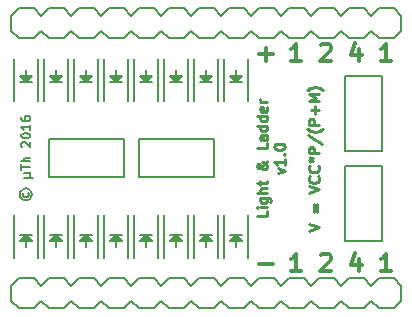
<source format=gto>
G04 #@! TF.FileFunction,Legend,Top*
%FSLAX46Y46*%
G04 Gerber Fmt 4.6, Leading zero omitted, Abs format (unit mm)*
G04 Created by KiCad (PCBNEW 4.0.0-stable) date 2016 May 25, Wednesday 08:29:24*
%MOMM*%
G01*
G04 APERTURE LIST*
%ADD10C,0.100000*%
%ADD11C,0.190500*%
%ADD12C,0.222250*%
%ADD13C,0.300000*%
%ADD14C,0.150000*%
%ADD15C,0.203200*%
G04 APERTURE END LIST*
D10*
D11*
X133114143Y-108330999D02*
X133077857Y-108403571D01*
X133077857Y-108548714D01*
X133114143Y-108621285D01*
X133186714Y-108693856D01*
X133259286Y-108730142D01*
X133404429Y-108730142D01*
X133477000Y-108693856D01*
X133549571Y-108621285D01*
X133585857Y-108548714D01*
X133585857Y-108403571D01*
X133549571Y-108330999D01*
X132823857Y-108476142D02*
X132860143Y-108657571D01*
X132969000Y-108838999D01*
X133150429Y-108947856D01*
X133331857Y-108984142D01*
X133513286Y-108947856D01*
X133694714Y-108838999D01*
X133803571Y-108657571D01*
X133839857Y-108476142D01*
X133803571Y-108294714D01*
X133694714Y-108113285D01*
X133513286Y-108004428D01*
X133331857Y-107968142D01*
X133150429Y-108004428D01*
X132969000Y-108113285D01*
X132860143Y-108294714D01*
X132823857Y-108476142D01*
X133186714Y-107060999D02*
X133948714Y-107060999D01*
X133585857Y-106698142D02*
X133658429Y-106661857D01*
X133694714Y-106589285D01*
X133585857Y-107060999D02*
X133658429Y-107024714D01*
X133694714Y-106952142D01*
X133694714Y-106806999D01*
X133658429Y-106734428D01*
X133585857Y-106698142D01*
X133186714Y-106698142D01*
X132932714Y-106371571D02*
X132932714Y-105936142D01*
X133694714Y-106153856D02*
X132932714Y-106153856D01*
X133694714Y-105682142D02*
X132932714Y-105682142D01*
X133694714Y-105355571D02*
X133295571Y-105355571D01*
X133223000Y-105391857D01*
X133186714Y-105464428D01*
X133186714Y-105573285D01*
X133223000Y-105645857D01*
X133259286Y-105682142D01*
X133005286Y-104448428D02*
X132969000Y-104412142D01*
X132932714Y-104339571D01*
X132932714Y-104158142D01*
X132969000Y-104085571D01*
X133005286Y-104049285D01*
X133077857Y-104013000D01*
X133150429Y-104013000D01*
X133259286Y-104049285D01*
X133694714Y-104484714D01*
X133694714Y-104013000D01*
X132932714Y-103541286D02*
X132932714Y-103468714D01*
X132969000Y-103396143D01*
X133005286Y-103359857D01*
X133077857Y-103323571D01*
X133223000Y-103287286D01*
X133404429Y-103287286D01*
X133549571Y-103323571D01*
X133622143Y-103359857D01*
X133658429Y-103396143D01*
X133694714Y-103468714D01*
X133694714Y-103541286D01*
X133658429Y-103613857D01*
X133622143Y-103650143D01*
X133549571Y-103686428D01*
X133404429Y-103722714D01*
X133223000Y-103722714D01*
X133077857Y-103686428D01*
X133005286Y-103650143D01*
X132969000Y-103613857D01*
X132932714Y-103541286D01*
X133694714Y-102561572D02*
X133694714Y-102997000D01*
X133694714Y-102779286D02*
X132932714Y-102779286D01*
X133041571Y-102851857D01*
X133114143Y-102924429D01*
X133150429Y-102997000D01*
X132932714Y-101908429D02*
X132932714Y-102053572D01*
X132969000Y-102126143D01*
X133005286Y-102162429D01*
X133114143Y-102235000D01*
X133259286Y-102271286D01*
X133549571Y-102271286D01*
X133622143Y-102235000D01*
X133658429Y-102198715D01*
X133694714Y-102126143D01*
X133694714Y-101981000D01*
X133658429Y-101908429D01*
X133622143Y-101872143D01*
X133549571Y-101835858D01*
X133368143Y-101835858D01*
X133295571Y-101872143D01*
X133259286Y-101908429D01*
X133223000Y-101981000D01*
X133223000Y-102126143D01*
X133259286Y-102198715D01*
X133295571Y-102235000D01*
X133368143Y-102271286D01*
D12*
X153776892Y-109854999D02*
X153776892Y-110278332D01*
X152887892Y-110278332D01*
X153776892Y-109558665D02*
X153184225Y-109558665D01*
X152887892Y-109558665D02*
X152930225Y-109600999D01*
X152972558Y-109558665D01*
X152930225Y-109516332D01*
X152887892Y-109558665D01*
X152972558Y-109558665D01*
X153184225Y-108754332D02*
X153903892Y-108754332D01*
X153988558Y-108796666D01*
X154030892Y-108838999D01*
X154073225Y-108923666D01*
X154073225Y-109050666D01*
X154030892Y-109135332D01*
X153734558Y-108754332D02*
X153776892Y-108838999D01*
X153776892Y-109008332D01*
X153734558Y-109092999D01*
X153692225Y-109135332D01*
X153607558Y-109177666D01*
X153353558Y-109177666D01*
X153268892Y-109135332D01*
X153226558Y-109092999D01*
X153184225Y-109008332D01*
X153184225Y-108838999D01*
X153226558Y-108754332D01*
X153776892Y-108330999D02*
X152887892Y-108330999D01*
X153776892Y-107949999D02*
X153311225Y-107949999D01*
X153226558Y-107992333D01*
X153184225Y-108076999D01*
X153184225Y-108203999D01*
X153226558Y-108288666D01*
X153268892Y-108330999D01*
X153184225Y-107653666D02*
X153184225Y-107315000D01*
X152887892Y-107526666D02*
X153649892Y-107526666D01*
X153734558Y-107484333D01*
X153776892Y-107399666D01*
X153776892Y-107315000D01*
X153776892Y-105621667D02*
X153776892Y-105664000D01*
X153734558Y-105748667D01*
X153607558Y-105875667D01*
X153353558Y-106087333D01*
X153226558Y-106172000D01*
X153099558Y-106214333D01*
X153014892Y-106214333D01*
X152930225Y-106172000D01*
X152887892Y-106087333D01*
X152887892Y-106045000D01*
X152930225Y-105960333D01*
X153014892Y-105918000D01*
X153057225Y-105918000D01*
X153141892Y-105960333D01*
X153184225Y-106002667D01*
X153353558Y-106256667D01*
X153395892Y-106299000D01*
X153480558Y-106341333D01*
X153607558Y-106341333D01*
X153692225Y-106299000D01*
X153734558Y-106256667D01*
X153776892Y-106172000D01*
X153776892Y-106045000D01*
X153734558Y-105960333D01*
X153692225Y-105918000D01*
X153522892Y-105791000D01*
X153395892Y-105748667D01*
X153311225Y-105748667D01*
X153776892Y-104140000D02*
X153776892Y-104563333D01*
X152887892Y-104563333D01*
X153776892Y-103462666D02*
X153311225Y-103462666D01*
X153226558Y-103505000D01*
X153184225Y-103589666D01*
X153184225Y-103759000D01*
X153226558Y-103843666D01*
X153734558Y-103462666D02*
X153776892Y-103547333D01*
X153776892Y-103759000D01*
X153734558Y-103843666D01*
X153649892Y-103886000D01*
X153565225Y-103886000D01*
X153480558Y-103843666D01*
X153438225Y-103759000D01*
X153438225Y-103547333D01*
X153395892Y-103462666D01*
X153776892Y-102658333D02*
X152887892Y-102658333D01*
X153734558Y-102658333D02*
X153776892Y-102743000D01*
X153776892Y-102912333D01*
X153734558Y-102997000D01*
X153692225Y-103039333D01*
X153607558Y-103081667D01*
X153353558Y-103081667D01*
X153268892Y-103039333D01*
X153226558Y-102997000D01*
X153184225Y-102912333D01*
X153184225Y-102743000D01*
X153226558Y-102658333D01*
X153776892Y-101854000D02*
X152887892Y-101854000D01*
X153734558Y-101854000D02*
X153776892Y-101938667D01*
X153776892Y-102108000D01*
X153734558Y-102192667D01*
X153692225Y-102235000D01*
X153607558Y-102277334D01*
X153353558Y-102277334D01*
X153268892Y-102235000D01*
X153226558Y-102192667D01*
X153184225Y-102108000D01*
X153184225Y-101938667D01*
X153226558Y-101854000D01*
X153734558Y-101092001D02*
X153776892Y-101176667D01*
X153776892Y-101346001D01*
X153734558Y-101430667D01*
X153649892Y-101473001D01*
X153311225Y-101473001D01*
X153226558Y-101430667D01*
X153184225Y-101346001D01*
X153184225Y-101176667D01*
X153226558Y-101092001D01*
X153311225Y-101049667D01*
X153395892Y-101049667D01*
X153480558Y-101473001D01*
X153776892Y-100668667D02*
X153184225Y-100668667D01*
X153353558Y-100668667D02*
X153268892Y-100626334D01*
X153226558Y-100584001D01*
X153184225Y-100499334D01*
X153184225Y-100414667D01*
X154651075Y-106680000D02*
X155243742Y-106468333D01*
X154651075Y-106256667D01*
X155243742Y-105452334D02*
X155243742Y-105960334D01*
X155243742Y-105706334D02*
X154354742Y-105706334D01*
X154481742Y-105791000D01*
X154566408Y-105875667D01*
X154608742Y-105960334D01*
X155159075Y-105071333D02*
X155201408Y-105029000D01*
X155243742Y-105071333D01*
X155201408Y-105113667D01*
X155159075Y-105071333D01*
X155243742Y-105071333D01*
X154354742Y-104478667D02*
X154354742Y-104394000D01*
X154397075Y-104309334D01*
X154439408Y-104267000D01*
X154524075Y-104224667D01*
X154693408Y-104182334D01*
X154905075Y-104182334D01*
X155074408Y-104224667D01*
X155159075Y-104267000D01*
X155201408Y-104309334D01*
X155243742Y-104394000D01*
X155243742Y-104478667D01*
X155201408Y-104563334D01*
X155159075Y-104605667D01*
X155074408Y-104648000D01*
X154905075Y-104690334D01*
X154693408Y-104690334D01*
X154524075Y-104648000D01*
X154439408Y-104605667D01*
X154397075Y-104563334D01*
X154354742Y-104478667D01*
X157288442Y-111548333D02*
X158177442Y-111252000D01*
X157288442Y-110955667D01*
X157711775Y-109982000D02*
X157711775Y-109304667D01*
X157965775Y-109304667D02*
X157965775Y-109982000D01*
X157288442Y-108331000D02*
X158177442Y-108034667D01*
X157288442Y-107738334D01*
X158092775Y-106934000D02*
X158135108Y-106976334D01*
X158177442Y-107103334D01*
X158177442Y-107188000D01*
X158135108Y-107315000D01*
X158050442Y-107399667D01*
X157965775Y-107442000D01*
X157796442Y-107484334D01*
X157669442Y-107484334D01*
X157500108Y-107442000D01*
X157415442Y-107399667D01*
X157330775Y-107315000D01*
X157288442Y-107188000D01*
X157288442Y-107103334D01*
X157330775Y-106976334D01*
X157373108Y-106934000D01*
X158092775Y-106045000D02*
X158135108Y-106087334D01*
X158177442Y-106214334D01*
X158177442Y-106299000D01*
X158135108Y-106426000D01*
X158050442Y-106510667D01*
X157965775Y-106553000D01*
X157796442Y-106595334D01*
X157669442Y-106595334D01*
X157500108Y-106553000D01*
X157415442Y-106510667D01*
X157330775Y-106426000D01*
X157288442Y-106299000D01*
X157288442Y-106214334D01*
X157330775Y-106087334D01*
X157373108Y-106045000D01*
X157288442Y-105537000D02*
X157500108Y-105537000D01*
X157415442Y-105748667D02*
X157500108Y-105537000D01*
X157415442Y-105325334D01*
X157669442Y-105664000D02*
X157500108Y-105537000D01*
X157669442Y-105410000D01*
X158177442Y-104986667D02*
X157288442Y-104986667D01*
X157288442Y-104648001D01*
X157330775Y-104563334D01*
X157373108Y-104521001D01*
X157457775Y-104478667D01*
X157584775Y-104478667D01*
X157669442Y-104521001D01*
X157711775Y-104563334D01*
X157754108Y-104648001D01*
X157754108Y-104986667D01*
X157246108Y-103462667D02*
X158389108Y-104224667D01*
X158516108Y-102912334D02*
X158473775Y-102954668D01*
X158346775Y-103039334D01*
X158262108Y-103081668D01*
X158135108Y-103124001D01*
X157923442Y-103166334D01*
X157754108Y-103166334D01*
X157542442Y-103124001D01*
X157415442Y-103081668D01*
X157330775Y-103039334D01*
X157203775Y-102954668D01*
X157161442Y-102912334D01*
X158177442Y-102573667D02*
X157288442Y-102573667D01*
X157288442Y-102235001D01*
X157330775Y-102150334D01*
X157373108Y-102108001D01*
X157457775Y-102065667D01*
X157584775Y-102065667D01*
X157669442Y-102108001D01*
X157711775Y-102150334D01*
X157754108Y-102235001D01*
X157754108Y-102573667D01*
X157838775Y-101684667D02*
X157838775Y-101007334D01*
X158177442Y-101346001D02*
X157500108Y-101346001D01*
X158177442Y-100584000D02*
X157288442Y-100584000D01*
X157923442Y-100287667D01*
X157288442Y-99991334D01*
X158177442Y-99991334D01*
X158516108Y-99652667D02*
X158473775Y-99610334D01*
X158346775Y-99525667D01*
X158262108Y-99483334D01*
X158135108Y-99441000D01*
X157923442Y-99398667D01*
X157754108Y-99398667D01*
X157542442Y-99441000D01*
X157415442Y-99483334D01*
X157330775Y-99525667D01*
X157203775Y-99610334D01*
X157161442Y-99652667D01*
D13*
X164258572Y-114978571D02*
X163401429Y-114978571D01*
X163830001Y-114978571D02*
X163830001Y-113478571D01*
X163687144Y-113692857D01*
X163544286Y-113835714D01*
X163401429Y-113907143D01*
X161575715Y-113978571D02*
X161575715Y-114978571D01*
X161218572Y-113407143D02*
X160861429Y-114478571D01*
X161790001Y-114478571D01*
X158321429Y-113621429D02*
X158392858Y-113550000D01*
X158535715Y-113478571D01*
X158892858Y-113478571D01*
X159035715Y-113550000D01*
X159107144Y-113621429D01*
X159178572Y-113764286D01*
X159178572Y-113907143D01*
X159107144Y-114121429D01*
X158250001Y-114978571D01*
X159178572Y-114978571D01*
X156638572Y-114978571D02*
X155781429Y-114978571D01*
X156210001Y-114978571D02*
X156210001Y-113478571D01*
X156067144Y-113692857D01*
X155924286Y-113835714D01*
X155781429Y-113907143D01*
X164258572Y-97198571D02*
X163401429Y-97198571D01*
X163830001Y-97198571D02*
X163830001Y-95698571D01*
X163687144Y-95912857D01*
X163544286Y-96055714D01*
X163401429Y-96127143D01*
X161575715Y-96198571D02*
X161575715Y-97198571D01*
X161218572Y-95627143D02*
X160861429Y-96698571D01*
X161790001Y-96698571D01*
X158321429Y-95841429D02*
X158392858Y-95770000D01*
X158535715Y-95698571D01*
X158892858Y-95698571D01*
X159035715Y-95770000D01*
X159107144Y-95841429D01*
X159178572Y-95984286D01*
X159178572Y-96127143D01*
X159107144Y-96341429D01*
X158250001Y-97198571D01*
X159178572Y-97198571D01*
X156638572Y-97198571D02*
X155781429Y-97198571D01*
X156210001Y-97198571D02*
X156210001Y-95698571D01*
X156067144Y-95912857D01*
X155924286Y-96055714D01*
X155781429Y-96127143D01*
X153098572Y-114407143D02*
X154241429Y-114407143D01*
X153098572Y-96627143D02*
X154241429Y-96627143D01*
X153670000Y-97198571D02*
X153670000Y-96055714D01*
D14*
X132300000Y-110245000D02*
X132300000Y-113845000D01*
X134400000Y-110245000D02*
X134400000Y-113845000D01*
X133650000Y-112295000D02*
X133050000Y-112295000D01*
X133050000Y-112295000D02*
X133350000Y-111995000D01*
X133350000Y-111995000D02*
X133550000Y-112195000D01*
X133550000Y-112195000D02*
X133300000Y-112195000D01*
X133300000Y-112195000D02*
X133350000Y-112145000D01*
X133850000Y-111895000D02*
X132850000Y-111895000D01*
X133350000Y-112395000D02*
X133350000Y-112895000D01*
X133350000Y-111895000D02*
X133850000Y-112395000D01*
X133850000Y-112395000D02*
X132850000Y-112395000D01*
X132850000Y-112395000D02*
X133350000Y-111895000D01*
X134840000Y-110245000D02*
X134840000Y-113845000D01*
X136940000Y-110245000D02*
X136940000Y-113845000D01*
X136190000Y-112295000D02*
X135590000Y-112295000D01*
X135590000Y-112295000D02*
X135890000Y-111995000D01*
X135890000Y-111995000D02*
X136090000Y-112195000D01*
X136090000Y-112195000D02*
X135840000Y-112195000D01*
X135840000Y-112195000D02*
X135890000Y-112145000D01*
X136390000Y-111895000D02*
X135390000Y-111895000D01*
X135890000Y-112395000D02*
X135890000Y-112895000D01*
X135890000Y-111895000D02*
X136390000Y-112395000D01*
X136390000Y-112395000D02*
X135390000Y-112395000D01*
X135390000Y-112395000D02*
X135890000Y-111895000D01*
X137380000Y-110245000D02*
X137380000Y-113845000D01*
X139480000Y-110245000D02*
X139480000Y-113845000D01*
X138730000Y-112295000D02*
X138130000Y-112295000D01*
X138130000Y-112295000D02*
X138430000Y-111995000D01*
X138430000Y-111995000D02*
X138630000Y-112195000D01*
X138630000Y-112195000D02*
X138380000Y-112195000D01*
X138380000Y-112195000D02*
X138430000Y-112145000D01*
X138930000Y-111895000D02*
X137930000Y-111895000D01*
X138430000Y-112395000D02*
X138430000Y-112895000D01*
X138430000Y-111895000D02*
X138930000Y-112395000D01*
X138930000Y-112395000D02*
X137930000Y-112395000D01*
X137930000Y-112395000D02*
X138430000Y-111895000D01*
X139920000Y-110245000D02*
X139920000Y-113845000D01*
X142020000Y-110245000D02*
X142020000Y-113845000D01*
X141270000Y-112295000D02*
X140670000Y-112295000D01*
X140670000Y-112295000D02*
X140970000Y-111995000D01*
X140970000Y-111995000D02*
X141170000Y-112195000D01*
X141170000Y-112195000D02*
X140920000Y-112195000D01*
X140920000Y-112195000D02*
X140970000Y-112145000D01*
X141470000Y-111895000D02*
X140470000Y-111895000D01*
X140970000Y-112395000D02*
X140970000Y-112895000D01*
X140970000Y-111895000D02*
X141470000Y-112395000D01*
X141470000Y-112395000D02*
X140470000Y-112395000D01*
X140470000Y-112395000D02*
X140970000Y-111895000D01*
X142020000Y-100575000D02*
X142020000Y-96975000D01*
X139920000Y-100575000D02*
X139920000Y-96975000D01*
X140670000Y-98525000D02*
X141270000Y-98525000D01*
X141270000Y-98525000D02*
X140970000Y-98825000D01*
X140970000Y-98825000D02*
X140770000Y-98625000D01*
X140770000Y-98625000D02*
X141020000Y-98625000D01*
X141020000Y-98625000D02*
X140970000Y-98675000D01*
X140470000Y-98925000D02*
X141470000Y-98925000D01*
X140970000Y-98425000D02*
X140970000Y-97925000D01*
X140970000Y-98925000D02*
X140470000Y-98425000D01*
X140470000Y-98425000D02*
X141470000Y-98425000D01*
X141470000Y-98425000D02*
X140970000Y-98925000D01*
X139480000Y-100575000D02*
X139480000Y-96975000D01*
X137380000Y-100575000D02*
X137380000Y-96975000D01*
X138130000Y-98525000D02*
X138730000Y-98525000D01*
X138730000Y-98525000D02*
X138430000Y-98825000D01*
X138430000Y-98825000D02*
X138230000Y-98625000D01*
X138230000Y-98625000D02*
X138480000Y-98625000D01*
X138480000Y-98625000D02*
X138430000Y-98675000D01*
X137930000Y-98925000D02*
X138930000Y-98925000D01*
X138430000Y-98425000D02*
X138430000Y-97925000D01*
X138430000Y-98925000D02*
X137930000Y-98425000D01*
X137930000Y-98425000D02*
X138930000Y-98425000D01*
X138930000Y-98425000D02*
X138430000Y-98925000D01*
X136940000Y-100575000D02*
X136940000Y-96975000D01*
X134840000Y-100575000D02*
X134840000Y-96975000D01*
X135590000Y-98525000D02*
X136190000Y-98525000D01*
X136190000Y-98525000D02*
X135890000Y-98825000D01*
X135890000Y-98825000D02*
X135690000Y-98625000D01*
X135690000Y-98625000D02*
X135940000Y-98625000D01*
X135940000Y-98625000D02*
X135890000Y-98675000D01*
X135390000Y-98925000D02*
X136390000Y-98925000D01*
X135890000Y-98425000D02*
X135890000Y-97925000D01*
X135890000Y-98925000D02*
X135390000Y-98425000D01*
X135390000Y-98425000D02*
X136390000Y-98425000D01*
X136390000Y-98425000D02*
X135890000Y-98925000D01*
X134400000Y-100575000D02*
X134400000Y-96975000D01*
X132300000Y-100575000D02*
X132300000Y-96975000D01*
X133050000Y-98525000D02*
X133650000Y-98525000D01*
X133650000Y-98525000D02*
X133350000Y-98825000D01*
X133350000Y-98825000D02*
X133150000Y-98625000D01*
X133150000Y-98625000D02*
X133400000Y-98625000D01*
X133400000Y-98625000D02*
X133350000Y-98675000D01*
X132850000Y-98925000D02*
X133850000Y-98925000D01*
X133350000Y-98425000D02*
X133350000Y-97925000D01*
X133350000Y-98925000D02*
X132850000Y-98425000D01*
X132850000Y-98425000D02*
X133850000Y-98425000D01*
X133850000Y-98425000D02*
X133350000Y-98925000D01*
X142460000Y-110245000D02*
X142460000Y-113845000D01*
X144560000Y-110245000D02*
X144560000Y-113845000D01*
X143810000Y-112295000D02*
X143210000Y-112295000D01*
X143210000Y-112295000D02*
X143510000Y-111995000D01*
X143510000Y-111995000D02*
X143710000Y-112195000D01*
X143710000Y-112195000D02*
X143460000Y-112195000D01*
X143460000Y-112195000D02*
X143510000Y-112145000D01*
X144010000Y-111895000D02*
X143010000Y-111895000D01*
X143510000Y-112395000D02*
X143510000Y-112895000D01*
X143510000Y-111895000D02*
X144010000Y-112395000D01*
X144010000Y-112395000D02*
X143010000Y-112395000D01*
X143010000Y-112395000D02*
X143510000Y-111895000D01*
X145000000Y-110245000D02*
X145000000Y-113845000D01*
X147100000Y-110245000D02*
X147100000Y-113845000D01*
X146350000Y-112295000D02*
X145750000Y-112295000D01*
X145750000Y-112295000D02*
X146050000Y-111995000D01*
X146050000Y-111995000D02*
X146250000Y-112195000D01*
X146250000Y-112195000D02*
X146000000Y-112195000D01*
X146000000Y-112195000D02*
X146050000Y-112145000D01*
X146550000Y-111895000D02*
X145550000Y-111895000D01*
X146050000Y-112395000D02*
X146050000Y-112895000D01*
X146050000Y-111895000D02*
X146550000Y-112395000D01*
X146550000Y-112395000D02*
X145550000Y-112395000D01*
X145550000Y-112395000D02*
X146050000Y-111895000D01*
X147540000Y-110245000D02*
X147540000Y-113845000D01*
X149640000Y-110245000D02*
X149640000Y-113845000D01*
X148890000Y-112295000D02*
X148290000Y-112295000D01*
X148290000Y-112295000D02*
X148590000Y-111995000D01*
X148590000Y-111995000D02*
X148790000Y-112195000D01*
X148790000Y-112195000D02*
X148540000Y-112195000D01*
X148540000Y-112195000D02*
X148590000Y-112145000D01*
X149090000Y-111895000D02*
X148090000Y-111895000D01*
X148590000Y-112395000D02*
X148590000Y-112895000D01*
X148590000Y-111895000D02*
X149090000Y-112395000D01*
X149090000Y-112395000D02*
X148090000Y-112395000D01*
X148090000Y-112395000D02*
X148590000Y-111895000D01*
X150080000Y-110245000D02*
X150080000Y-113845000D01*
X152180000Y-110245000D02*
X152180000Y-113845000D01*
X151430000Y-112295000D02*
X150830000Y-112295000D01*
X150830000Y-112295000D02*
X151130000Y-111995000D01*
X151130000Y-111995000D02*
X151330000Y-112195000D01*
X151330000Y-112195000D02*
X151080000Y-112195000D01*
X151080000Y-112195000D02*
X151130000Y-112145000D01*
X151630000Y-111895000D02*
X150630000Y-111895000D01*
X151130000Y-112395000D02*
X151130000Y-112895000D01*
X151130000Y-111895000D02*
X151630000Y-112395000D01*
X151630000Y-112395000D02*
X150630000Y-112395000D01*
X150630000Y-112395000D02*
X151130000Y-111895000D01*
X152180000Y-100575000D02*
X152180000Y-96975000D01*
X150080000Y-100575000D02*
X150080000Y-96975000D01*
X150830000Y-98525000D02*
X151430000Y-98525000D01*
X151430000Y-98525000D02*
X151130000Y-98825000D01*
X151130000Y-98825000D02*
X150930000Y-98625000D01*
X150930000Y-98625000D02*
X151180000Y-98625000D01*
X151180000Y-98625000D02*
X151130000Y-98675000D01*
X150630000Y-98925000D02*
X151630000Y-98925000D01*
X151130000Y-98425000D02*
X151130000Y-97925000D01*
X151130000Y-98925000D02*
X150630000Y-98425000D01*
X150630000Y-98425000D02*
X151630000Y-98425000D01*
X151630000Y-98425000D02*
X151130000Y-98925000D01*
X149640000Y-100575000D02*
X149640000Y-96975000D01*
X147540000Y-100575000D02*
X147540000Y-96975000D01*
X148290000Y-98525000D02*
X148890000Y-98525000D01*
X148890000Y-98525000D02*
X148590000Y-98825000D01*
X148590000Y-98825000D02*
X148390000Y-98625000D01*
X148390000Y-98625000D02*
X148640000Y-98625000D01*
X148640000Y-98625000D02*
X148590000Y-98675000D01*
X148090000Y-98925000D02*
X149090000Y-98925000D01*
X148590000Y-98425000D02*
X148590000Y-97925000D01*
X148590000Y-98925000D02*
X148090000Y-98425000D01*
X148090000Y-98425000D02*
X149090000Y-98425000D01*
X149090000Y-98425000D02*
X148590000Y-98925000D01*
X147100000Y-100575000D02*
X147100000Y-96975000D01*
X145000000Y-100575000D02*
X145000000Y-96975000D01*
X145750000Y-98525000D02*
X146350000Y-98525000D01*
X146350000Y-98525000D02*
X146050000Y-98825000D01*
X146050000Y-98825000D02*
X145850000Y-98625000D01*
X145850000Y-98625000D02*
X146100000Y-98625000D01*
X146100000Y-98625000D02*
X146050000Y-98675000D01*
X145550000Y-98925000D02*
X146550000Y-98925000D01*
X146050000Y-98425000D02*
X146050000Y-97925000D01*
X146050000Y-98925000D02*
X145550000Y-98425000D01*
X145550000Y-98425000D02*
X146550000Y-98425000D01*
X146550000Y-98425000D02*
X146050000Y-98925000D01*
X144560000Y-100575000D02*
X144560000Y-96975000D01*
X142460000Y-100575000D02*
X142460000Y-96975000D01*
X143210000Y-98525000D02*
X143810000Y-98525000D01*
X143810000Y-98525000D02*
X143510000Y-98825000D01*
X143510000Y-98825000D02*
X143310000Y-98625000D01*
X143310000Y-98625000D02*
X143560000Y-98625000D01*
X143560000Y-98625000D02*
X143510000Y-98675000D01*
X143010000Y-98925000D02*
X144010000Y-98925000D01*
X143510000Y-98425000D02*
X143510000Y-97925000D01*
X143510000Y-98925000D02*
X143010000Y-98425000D01*
X143010000Y-98425000D02*
X144010000Y-98425000D01*
X144010000Y-98425000D02*
X143510000Y-98925000D01*
D15*
X135255000Y-103822500D02*
X135255000Y-106997500D01*
X141605000Y-103822500D02*
X141605000Y-106997500D01*
X135255000Y-103822500D02*
X141605000Y-103822500D01*
X135255000Y-106997500D02*
X141605000Y-106997500D01*
X142875000Y-103822500D02*
X142875000Y-106997500D01*
X149225000Y-103822500D02*
X149225000Y-106997500D01*
X142875000Y-103822500D02*
X149225000Y-103822500D01*
X142875000Y-106997500D02*
X149225000Y-106997500D01*
X163512500Y-106045000D02*
X160337500Y-106045000D01*
X163512500Y-112395000D02*
X160337500Y-112395000D01*
X163512500Y-106045000D02*
X163512500Y-112395000D01*
X160337500Y-106045000D02*
X160337500Y-112395000D01*
X163512500Y-98425000D02*
X160337500Y-98425000D01*
X163512500Y-104775000D02*
X160337500Y-104775000D01*
X163512500Y-98425000D02*
X163512500Y-104775000D01*
X160337500Y-98425000D02*
X160337500Y-104775000D01*
X147955000Y-92710000D02*
X149225000Y-92710000D01*
X149225000Y-92710000D02*
X149860000Y-93345000D01*
X149860000Y-94615000D02*
X149225000Y-95250000D01*
X144780000Y-93345000D02*
X145415000Y-92710000D01*
X145415000Y-92710000D02*
X146685000Y-92710000D01*
X146685000Y-92710000D02*
X147320000Y-93345000D01*
X147320000Y-94615000D02*
X146685000Y-95250000D01*
X146685000Y-95250000D02*
X145415000Y-95250000D01*
X145415000Y-95250000D02*
X144780000Y-94615000D01*
X147955000Y-92710000D02*
X147320000Y-93345000D01*
X147320000Y-94615000D02*
X147955000Y-95250000D01*
X149225000Y-95250000D02*
X147955000Y-95250000D01*
X140335000Y-92710000D02*
X141605000Y-92710000D01*
X141605000Y-92710000D02*
X142240000Y-93345000D01*
X142240000Y-94615000D02*
X141605000Y-95250000D01*
X142240000Y-93345000D02*
X142875000Y-92710000D01*
X142875000Y-92710000D02*
X144145000Y-92710000D01*
X144145000Y-92710000D02*
X144780000Y-93345000D01*
X144780000Y-94615000D02*
X144145000Y-95250000D01*
X144145000Y-95250000D02*
X142875000Y-95250000D01*
X142875000Y-95250000D02*
X142240000Y-94615000D01*
X137160000Y-93345000D02*
X137795000Y-92710000D01*
X137795000Y-92710000D02*
X139065000Y-92710000D01*
X139065000Y-92710000D02*
X139700000Y-93345000D01*
X139700000Y-94615000D02*
X139065000Y-95250000D01*
X139065000Y-95250000D02*
X137795000Y-95250000D01*
X137795000Y-95250000D02*
X137160000Y-94615000D01*
X140335000Y-92710000D02*
X139700000Y-93345000D01*
X139700000Y-94615000D02*
X140335000Y-95250000D01*
X141605000Y-95250000D02*
X140335000Y-95250000D01*
X132715000Y-92710000D02*
X133985000Y-92710000D01*
X133985000Y-92710000D02*
X134620000Y-93345000D01*
X134620000Y-94615000D02*
X133985000Y-95250000D01*
X134620000Y-93345000D02*
X135255000Y-92710000D01*
X135255000Y-92710000D02*
X136525000Y-92710000D01*
X136525000Y-92710000D02*
X137160000Y-93345000D01*
X137160000Y-94615000D02*
X136525000Y-95250000D01*
X136525000Y-95250000D02*
X135255000Y-95250000D01*
X135255000Y-95250000D02*
X134620000Y-94615000D01*
X132080000Y-93345000D02*
X132080000Y-94615000D01*
X132715000Y-92710000D02*
X132080000Y-93345000D01*
X132080000Y-94615000D02*
X132715000Y-95250000D01*
X133985000Y-95250000D02*
X132715000Y-95250000D01*
X162560000Y-93345000D02*
X163195000Y-92710000D01*
X163195000Y-92710000D02*
X164465000Y-92710000D01*
X164465000Y-92710000D02*
X165100000Y-93345000D01*
X165100000Y-94615000D02*
X164465000Y-95250000D01*
X164465000Y-95250000D02*
X163195000Y-95250000D01*
X163195000Y-95250000D02*
X162560000Y-94615000D01*
X165100000Y-94615000D02*
X165100000Y-93345000D01*
X158115000Y-92710000D02*
X159385000Y-92710000D01*
X159385000Y-92710000D02*
X160020000Y-93345000D01*
X160020000Y-94615000D02*
X159385000Y-95250000D01*
X160020000Y-93345000D02*
X160655000Y-92710000D01*
X160655000Y-92710000D02*
X161925000Y-92710000D01*
X161925000Y-92710000D02*
X162560000Y-93345000D01*
X162560000Y-94615000D02*
X161925000Y-95250000D01*
X161925000Y-95250000D02*
X160655000Y-95250000D01*
X160655000Y-95250000D02*
X160020000Y-94615000D01*
X154940000Y-93345000D02*
X155575000Y-92710000D01*
X155575000Y-92710000D02*
X156845000Y-92710000D01*
X156845000Y-92710000D02*
X157480000Y-93345000D01*
X157480000Y-94615000D02*
X156845000Y-95250000D01*
X156845000Y-95250000D02*
X155575000Y-95250000D01*
X155575000Y-95250000D02*
X154940000Y-94615000D01*
X158115000Y-92710000D02*
X157480000Y-93345000D01*
X157480000Y-94615000D02*
X158115000Y-95250000D01*
X159385000Y-95250000D02*
X158115000Y-95250000D01*
X150495000Y-92710000D02*
X151765000Y-92710000D01*
X151765000Y-92710000D02*
X152400000Y-93345000D01*
X152400000Y-94615000D02*
X151765000Y-95250000D01*
X152400000Y-93345000D02*
X153035000Y-92710000D01*
X153035000Y-92710000D02*
X154305000Y-92710000D01*
X154305000Y-92710000D02*
X154940000Y-93345000D01*
X154940000Y-94615000D02*
X154305000Y-95250000D01*
X154305000Y-95250000D02*
X153035000Y-95250000D01*
X153035000Y-95250000D02*
X152400000Y-94615000D01*
X150495000Y-92710000D02*
X149860000Y-93345000D01*
X149860000Y-94615000D02*
X150495000Y-95250000D01*
X151765000Y-95250000D02*
X150495000Y-95250000D01*
X149225000Y-118110000D02*
X147955000Y-118110000D01*
X147955000Y-118110000D02*
X147320000Y-117475000D01*
X147320000Y-116205000D02*
X147955000Y-115570000D01*
X152400000Y-117475000D02*
X151765000Y-118110000D01*
X151765000Y-118110000D02*
X150495000Y-118110000D01*
X150495000Y-118110000D02*
X149860000Y-117475000D01*
X149860000Y-116205000D02*
X150495000Y-115570000D01*
X150495000Y-115570000D02*
X151765000Y-115570000D01*
X151765000Y-115570000D02*
X152400000Y-116205000D01*
X149225000Y-118110000D02*
X149860000Y-117475000D01*
X149860000Y-116205000D02*
X149225000Y-115570000D01*
X147955000Y-115570000D02*
X149225000Y-115570000D01*
X156845000Y-118110000D02*
X155575000Y-118110000D01*
X155575000Y-118110000D02*
X154940000Y-117475000D01*
X154940000Y-116205000D02*
X155575000Y-115570000D01*
X154940000Y-117475000D02*
X154305000Y-118110000D01*
X154305000Y-118110000D02*
X153035000Y-118110000D01*
X153035000Y-118110000D02*
X152400000Y-117475000D01*
X152400000Y-116205000D02*
X153035000Y-115570000D01*
X153035000Y-115570000D02*
X154305000Y-115570000D01*
X154305000Y-115570000D02*
X154940000Y-116205000D01*
X160020000Y-117475000D02*
X159385000Y-118110000D01*
X159385000Y-118110000D02*
X158115000Y-118110000D01*
X158115000Y-118110000D02*
X157480000Y-117475000D01*
X157480000Y-116205000D02*
X158115000Y-115570000D01*
X158115000Y-115570000D02*
X159385000Y-115570000D01*
X159385000Y-115570000D02*
X160020000Y-116205000D01*
X156845000Y-118110000D02*
X157480000Y-117475000D01*
X157480000Y-116205000D02*
X156845000Y-115570000D01*
X155575000Y-115570000D02*
X156845000Y-115570000D01*
X164465000Y-118110000D02*
X163195000Y-118110000D01*
X163195000Y-118110000D02*
X162560000Y-117475000D01*
X162560000Y-116205000D02*
X163195000Y-115570000D01*
X162560000Y-117475000D02*
X161925000Y-118110000D01*
X161925000Y-118110000D02*
X160655000Y-118110000D01*
X160655000Y-118110000D02*
X160020000Y-117475000D01*
X160020000Y-116205000D02*
X160655000Y-115570000D01*
X160655000Y-115570000D02*
X161925000Y-115570000D01*
X161925000Y-115570000D02*
X162560000Y-116205000D01*
X165100000Y-117475000D02*
X165100000Y-116205000D01*
X164465000Y-118110000D02*
X165100000Y-117475000D01*
X165100000Y-116205000D02*
X164465000Y-115570000D01*
X163195000Y-115570000D02*
X164465000Y-115570000D01*
X134620000Y-117475000D02*
X133985000Y-118110000D01*
X133985000Y-118110000D02*
X132715000Y-118110000D01*
X132715000Y-118110000D02*
X132080000Y-117475000D01*
X132080000Y-116205000D02*
X132715000Y-115570000D01*
X132715000Y-115570000D02*
X133985000Y-115570000D01*
X133985000Y-115570000D02*
X134620000Y-116205000D01*
X132080000Y-116205000D02*
X132080000Y-117475000D01*
X139065000Y-118110000D02*
X137795000Y-118110000D01*
X137795000Y-118110000D02*
X137160000Y-117475000D01*
X137160000Y-116205000D02*
X137795000Y-115570000D01*
X137160000Y-117475000D02*
X136525000Y-118110000D01*
X136525000Y-118110000D02*
X135255000Y-118110000D01*
X135255000Y-118110000D02*
X134620000Y-117475000D01*
X134620000Y-116205000D02*
X135255000Y-115570000D01*
X135255000Y-115570000D02*
X136525000Y-115570000D01*
X136525000Y-115570000D02*
X137160000Y-116205000D01*
X142240000Y-117475000D02*
X141605000Y-118110000D01*
X141605000Y-118110000D02*
X140335000Y-118110000D01*
X140335000Y-118110000D02*
X139700000Y-117475000D01*
X139700000Y-116205000D02*
X140335000Y-115570000D01*
X140335000Y-115570000D02*
X141605000Y-115570000D01*
X141605000Y-115570000D02*
X142240000Y-116205000D01*
X139065000Y-118110000D02*
X139700000Y-117475000D01*
X139700000Y-116205000D02*
X139065000Y-115570000D01*
X137795000Y-115570000D02*
X139065000Y-115570000D01*
X146685000Y-118110000D02*
X145415000Y-118110000D01*
X145415000Y-118110000D02*
X144780000Y-117475000D01*
X144780000Y-116205000D02*
X145415000Y-115570000D01*
X144780000Y-117475000D02*
X144145000Y-118110000D01*
X144145000Y-118110000D02*
X142875000Y-118110000D01*
X142875000Y-118110000D02*
X142240000Y-117475000D01*
X142240000Y-116205000D02*
X142875000Y-115570000D01*
X142875000Y-115570000D02*
X144145000Y-115570000D01*
X144145000Y-115570000D02*
X144780000Y-116205000D01*
X146685000Y-118110000D02*
X147320000Y-117475000D01*
X147320000Y-116205000D02*
X146685000Y-115570000D01*
X145415000Y-115570000D02*
X146685000Y-115570000D01*
M02*

</source>
